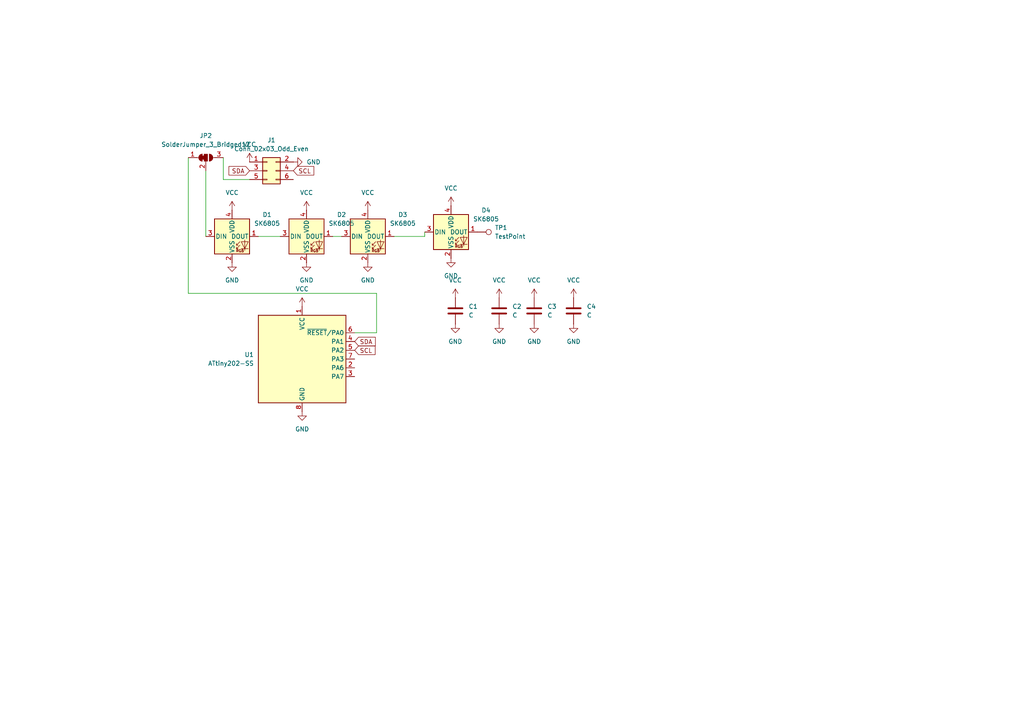
<source format=kicad_sch>
(kicad_sch (version 20231120) (generator "eeschema") (generator_version "8.0")
  (paper "A4")
  (lib_symbols
    (symbol "Connector:TestPoint" (pin_numbers hide) (pin_names (offset 0.762) hide)
      (property "Reference" "TP" (at 0 6.858 0))
      (property "Value" "TestPoint" (at 0 5.08 0))
      (symbol "TestPoint_0_1"
        (circle (center 0 3.302) (radius 0.762))
      )
      (symbol "TestPoint_1_1"
        (pin passive line (at 0 0 90) (length 2.54) (name "1") (number "1"))
      )
    )
    (symbol "Connector_Generic:Conn_02x03_Odd_Even" (pin_names (offset 1.016) hide)
      (property "Reference" "J" (at 1.27 5.08 0))
      (property "Value" "Conn_02x03_Odd_Even" (at 1.27 -5.08 0))
      (symbol "Conn_02x03_Odd_Even_1_1"
        (rectangle (start -1.27 -2.413) (end 0 -2.667) (stroke (width 0.1524)))
        (rectangle (start -1.27 0.127) (end 0 -0.127) (stroke (width 0.1524)))
        (rectangle (start -1.27 2.667) (end 0 2.413) (stroke (width 0.1524)))
        (rectangle (start -1.27 3.81) (end 3.81 -3.81) (stroke (width 0.254)) (fill (type background)))
        (rectangle (start 3.81 -2.413) (end 2.54 -2.667) (stroke (width 0.1524)))
        (rectangle (start 3.81 0.127) (end 2.54 -0.127) (stroke (width 0.1524)))
        (rectangle (start 3.81 2.667) (end 2.54 2.413) (stroke (width 0.1524)))
        (pin passive line (at -5.08 2.54 0) (length 3.81) (name "Pin_1") (number "1"))
        (pin passive line (at 7.62 2.54 180) (length 3.81) (name "Pin_2") (number "2"))
        (pin passive line (at -5.08 0 0) (length 3.81) (name "Pin_3") (number "3"))
        (pin passive line (at 7.62 0 180) (length 3.81) (name "Pin_4") (number "4"))
        (pin passive line (at -5.08 -2.54 0) (length 3.81) (name "Pin_5") (number "5"))
        (pin passive line (at 7.62 -2.54 180) (length 3.81) (name "Pin_6") (number "6"))
      )
    )
    (symbol "Device:C" (pin_numbers hide) (pin_names (offset 0.254))
      (property "Reference" "C" (at 0.635 2.54 0))
      (property "Value" "C" (at 0.635 -2.54 0))
      (symbol "C_0_1"
        (polyline (pts (xy -2.032 -0.762) (xy 2.032 -0.762)) (stroke (width 0.508)))
        (polyline (pts (xy -2.032 0.762) (xy 2.032 0.762)) (stroke (width 0.508)))
      )
      (symbol "C_1_1"
        (pin passive line (at 0 3.81 270) (length 2.794) (name "~") (number "1"))
        (pin passive line (at 0 -3.81 90) (length 2.794) (name "~") (number "2"))
      )
    )
    (symbol "Jumper:SolderJumper_3_Bridged12" (pin_names (offset 0) hide) (exclude_from_sim yes) (in_bom no)
      (property "Reference" "JP" (at -2.54 -2.54 0))
      (property "Value" "SolderJumper_3_Bridged12" (at 0 2.794 0))
      (symbol "SolderJumper_3_Bridged12_0_1"
        (rectangle (start -1.016 0.508) (end -0.508 -0.508) (fill (type outline)))
        (arc (start -1.016 1.016) (mid -2.0276 0) (end -1.016 -1.016))
        (arc (start -1.016 1.016) (mid -2.0276 0) (end -1.016 -1.016) (fill (type outline)))
        (rectangle (start -0.508 1.016) (end 0.508 -1.016) (fill (type outline)))
        (polyline (pts (xy -2.54 0) (xy -2.032 0)))
        (polyline (pts (xy -1.016 1.016) (xy -1.016 -1.016)))
        (polyline (pts (xy 0 -1.27) (xy 0 -1.016)))
        (polyline (pts (xy 1.016 1.016) (xy 1.016 -1.016)))
        (polyline (pts (xy 2.54 0) (xy 2.032 0)))
        (arc (start 1.016 -1.016) (mid 2.0276 0) (end 1.016 1.016))
        (arc (start 1.016 -1.016) (mid 2.0276 0) (end 1.016 1.016) (fill (type outline)))
      )
      (symbol "SolderJumper_3_Bridged12_1_1"
        (pin passive line (at -5.08 0 0) (length 2.54) (name "A") (number "1"))
        (pin passive line (at 0 -3.81 90) (length 2.54) (name "C") (number "2"))
        (pin passive line (at 5.08 0 180) (length 2.54) (name "B") (number "3"))
      )
    )
    (symbol "LED:SK6805" (pin_names (offset 0.254))
      (property "Reference" "D" (at 5.08 5.715 0))
      (property "Value" "SK6805" (at 1.27 -5.715 0))
      (symbol "SK6805_0_0"
        (text "RGB" (at 2.286 -4.191 0) (effects (font (size 0.762 0.762))))
      )
      (symbol "SK6805_0_1"
        (polyline (pts (xy 1.27 -3.556) (xy 1.778 -3.556)))
        (polyline (pts (xy 1.27 -2.54) (xy 1.778 -2.54)))
        (polyline (pts (xy 4.699 -3.556) (xy 2.667 -3.556)))
        (polyline (pts (xy 2.286 -2.54) (xy 1.27 -3.556) (xy 1.27 -3.048)))
        (polyline (pts (xy 2.286 -1.524) (xy 1.27 -2.54) (xy 1.27 -2.032)))
        (polyline (pts (xy 3.683 -1.016) (xy 3.683 -3.556) (xy 3.683 -4.064)))
        (polyline (pts (xy 4.699 -1.524) (xy 2.667 -1.524) (xy 3.683 -3.556) (xy 4.699 -1.524)))
        (rectangle (start 5.08 5.08) (end -5.08 -5.08) (stroke (width 0.254)) (fill (type background)))
      )
      (symbol "SK6805_1_1"
        (pin output line (at 7.62 0 180) (length 2.54) (name "DOUT") (number "1"))
        (pin power_in line (at 0 -7.62 90) (length 2.54) (name "VSS") (number "2"))
        (pin input line (at -7.62 0 0) (length 2.54) (name "DIN") (number "3"))
        (pin power_in line (at 0 7.62 270) (length 2.54) (name "VDD") (number "4"))
      )
    )
    (symbol "MCU_Microchip_ATtiny:ATtiny202-SS"
      (property "Reference" "U" (at -12.7 13.97 0))
      (property "Value" "ATtiny202-SS" (at 2.54 -13.97 0))
      (symbol "ATtiny202-SS_0_1"
        (rectangle (start -12.7 -12.7) (end 12.7 12.7) (stroke (width 0.254)) (fill (type background)))
      )
      (symbol "ATtiny202-SS_1_1"
        (pin power_in line (at 0 15.24 270) (length 2.54) (name "VCC") (number "1"))
        (pin bidirectional line (at 15.24 -2.54 180) (length 2.54) (name "PA6") (number "2"))
        (pin bidirectional line (at 15.24 -5.08 180) (length 2.54) (name "PA7") (number "3"))
        (pin bidirectional line (at 15.24 5.08 180) (length 2.54) (name "PA1") (number "4"))
        (pin bidirectional line (at 15.24 2.54 180) (length 2.54) (name "PA2") (number "5"))
        (pin bidirectional line (at 15.24 7.62 180) (length 2.54) (name "~{RESET}/PA0") (number "6"))
        (pin bidirectional line (at 15.24 0 180) (length 2.54) (name "PA3") (number "7"))
        (pin power_in line (at 0 -15.24 90) (length 2.54) (name "GND") (number "8"))
      )
    )
    (symbol "power:GND" (power) (pin_numbers hide) (pin_names (offset 0) hide)
      (property "Value" "GND" (at 0 -3.81 0))
      (symbol "GND_0_1"
        (polyline (pts (xy 0 0) (xy 0 -1.27) (xy 1.27 -1.27) (xy 0 -2.54) (xy -1.27 -1.27) (xy 0 -1.27)))
      )
      (symbol "GND_1_1"
        (pin power_in line (at 0 0 270) (length 0) (name "~") (number "1"))
      )
    )
    (symbol "power:VCC" (power) (pin_numbers hide) (pin_names (offset 0) hide)
      (property "Value" "VCC" (at 0 3.556 0))
      (symbol "VCC_0_1"
        (polyline (pts (xy -0.762 1.27) (xy 0 2.54)))
        (polyline (pts (xy 0 0) (xy 0 2.54)))
        (polyline (pts (xy 0 2.54) (xy 0.762 1.27)))
      )
      (symbol "VCC_1_1"
        (pin power_in line (at 0 0 90) (length 0) (name "~") (number "1"))
      )
    )
  )
  (wire (pts (xy 109.22 96.52) (xy 102.87 96.52)))
  (wire (pts (xy 72.39 52.07) (xy 64.77 52.07)))
  (wire (pts (xy 114.3 68.58) (xy 123.19 68.58)))
  (wire (pts (xy 64.77 52.07) (xy 64.77 45.72)))
  (wire (pts (xy 96.52 68.58) (xy 99.06 68.58)))
  (wire (pts (xy 54.61 85.09) (xy 109.22 85.09)))
  (wire (pts (xy 54.61 45.72) (xy 54.61 85.09)))
  (wire (pts (xy 123.19 68.58) (xy 123.19 67.31)))
  (wire (pts (xy 109.22 85.09) (xy 109.22 96.52)))
  (wire (pts (xy 59.69 49.53) (xy 59.69 68.58)))
  (wire (pts (xy 74.93 68.58) (xy 81.28 68.58)))
  (global_label "SDA" (shape input) (at 72.39 49.53 180) (property "Intersheetrefs" "${INTERSHEET_REFS}" (effects (hide yes))))
  (global_label "SDA" (shape input) (at 102.87 99.06 0) (property "Intersheetrefs" "${INTERSHEET_REFS}" (effects (hide yes))))
  (global_label "SCL" (shape input) (at 102.87 101.6 0) (property "Intersheetrefs" "${INTERSHEET_REFS}" (effects (hide yes))))
  (global_label "SCL" (shape input) (at 85.09 49.53 0) (property "Intersheetrefs" "${INTERSHEET_REFS}" (effects (hide yes))))
  (symbol (lib_id "LED:SK6805") (at 130.81 67.31 0) (unit 1)
    (property "Reference" "D4" (at 140.97 60.9914 0))
    (property "Value" "SK6805" (at 140.97 63.5314 0))
    (property "Footprint" "footprint_lib:LED_SK6805-EC3210R" (effects (hide yes)))
    (property "Datasheet" "https://cdn-shop.adafruit.com/product-files/3484/3484_Datasheet.pdf" (effects (hide yes)))
    (property "Description" "RGB LED with integrated controller" (effects (hide yes)))
  )
  (symbol (lib_id "Connector:TestPoint") (at 138.43 67.31 270) (unit 1)
    (property "Reference" "TP1" (at 143.51 66.0399 90) (effects (justify left)))
    (property "Value" "TestPoint" (at 143.51 68.5799 90) (effects (justify left)))
    (property "Footprint" "TestPoint:TestPoint_Pad_D2.0mm" (effects (hide yes)))
    (property "Description" "test point" (effects (hide yes)))
  )
  (symbol (lib_id "LED:SK6805") (at 106.68 68.58 0) (unit 1)
    (property "Reference" "D3" (at 116.84 62.2614 0))
    (property "Value" "SK6805" (at 116.84 64.8014 0))
    (property "Footprint" "footprint_lib:LED_SK6805-EC3210R" (effects (hide yes)))
    (property "Datasheet" "https://cdn-shop.adafruit.com/product-files/3484/3484_Datasheet.pdf" (effects (hide yes)))
    (property "Description" "RGB LED with integrated controller" (effects (hide yes)))
  )
  (symbol (lib_id "power:GND") (at 87.63 119.38 0) (unit 1)
    (property "Reference" "#PWR011" (effects (hide yes)))
    (property "Value" "GND" (at 87.63 124.46 0))
    (property "Description" "Power symbol creates a global label with name \"GND\" , ground" (effects (hide yes)))
  )
  (symbol (lib_id "power:GND") (at 88.9 76.2 0) (unit 1)
    (property "Reference" "#PWR09" (effects (hide yes)))
    (property "Value" "GND" (at 88.9 81.28 0))
    (property "Description" "Power symbol creates a global label with name \"GND\" , ground" (effects (hide yes)))
  )
  (symbol (lib_id "LED:SK6805") (at 67.31 68.58 0) (unit 1)
    (property "Reference" "D1" (at 77.47 62.2614 0))
    (property "Value" "SK6805" (at 77.47 64.8014 0))
    (property "Footprint" "footprint_lib:LED_SK6805-EC3210R" (effects (hide yes)))
    (property "Datasheet" "https://cdn-shop.adafruit.com/product-files/3484/3484_Datasheet.pdf" (effects (hide yes)))
    (property "Description" "RGB LED with integrated controller" (effects (hide yes)))
  )
  (symbol (lib_id "Device:C") (at 144.78 90.17 0) (unit 1)
    (property "Reference" "C2" (at 148.59 88.8999 0) (effects (justify left)))
    (property "Value" "C" (at 148.59 91.4399 0) (effects (justify left)))
    (property "Footprint" "Capacitor_SMD:C_0603_1608Metric_Pad1.08x0.95mm_HandSolder" (effects (hide yes)))
    (property "Description" "Unpolarized capacitor" (effects (hide yes)))
  )
  (symbol (lib_id "power:VCC") (at 88.9 60.96 0) (unit 1)
    (property "Reference" "#PWR04" (effects (hide yes)))
    (property "Value" "VCC" (at 88.9 55.88 0))
    (property "Description" "Power symbol creates a global label with name \"VCC\"" (effects (hide yes)))
  )
  (symbol (lib_id "Device:C") (at 132.08 90.17 0) (unit 1)
    (property "Reference" "C1" (at 135.89 88.8999 0) (effects (justify left)))
    (property "Value" "C" (at 135.89 91.4399 0) (effects (justify left)))
    (property "Footprint" "Capacitor_SMD:C_0603_1608Metric_Pad1.08x0.95mm_HandSolder" (effects (hide yes)))
    (property "Description" "Unpolarized capacitor" (effects (hide yes)))
  )
  (symbol (lib_id "power:VCC") (at 144.78 86.36 0) (unit 1)
    (property "Reference" "#PWR016" (effects (hide yes)))
    (property "Value" "VCC" (at 144.78 81.28 0))
    (property "Description" "Power symbol creates a global label with name \"VCC\"" (effects (hide yes)))
  )
  (symbol (lib_id "power:VCC") (at 106.68 60.96 0) (unit 1)
    (property "Reference" "#PWR05" (effects (hide yes)))
    (property "Value" "VCC" (at 106.68 55.88 0))
    (property "Description" "Power symbol creates a global label with name \"VCC\"" (effects (hide yes)))
  )
  (symbol (lib_id "Connector_Generic:Conn_02x03_Odd_Even") (at 77.47 49.53 0) (unit 1)
    (property "Reference" "J1" (at 78.74 40.64 0))
    (property "Value" "Conn_02x03_Odd_Even" (at 78.74 43.18 0))
    (property "Footprint" "Connector_IDC:IDC-Header_2x03_P2.54mm_Vertical" (effects (hide yes)))
    (property "Description" "Generic connector, double row, 02x03, odd/even pin numbering scheme (row 1 odd numbers, row 2 even numbers), script generated (kicad-library-utils/schlib/autogen/connector/)" (effects (hide yes)))
  )
  (symbol (lib_id "power:VCC") (at 132.08 86.36 0) (unit 1)
    (property "Reference" "#PWR015" (effects (hide yes)))
    (property "Value" "VCC" (at 132.08 81.28 0))
    (property "Description" "Power symbol creates a global label with name \"VCC\"" (effects (hide yes)))
  )
  (symbol (lib_id "power:GND") (at 154.94 93.98 0) (unit 1)
    (property "Reference" "#PWR019" (effects (hide yes)))
    (property "Value" "GND" (at 154.94 99.06 0))
    (property "Description" "Power symbol creates a global label with name \"GND\" , ground" (effects (hide yes)))
  )
  (symbol (lib_id "power:VCC") (at 67.31 60.96 0) (unit 1)
    (property "Reference" "#PWR03" (effects (hide yes)))
    (property "Value" "VCC" (at 67.31 55.88 0))
    (property "Description" "Power symbol creates a global label with name \"VCC\"" (effects (hide yes)))
  )
  (symbol (lib_id "Jumper:SolderJumper_3_Bridged12") (at 59.69 45.72 0) (unit 1) (exclude_from_sim yes) (in_bom no)
    (property "Reference" "JP2" (at 59.69 39.37 0))
    (property "Value" "SolderJumper_3_Bridged12" (at 59.69 41.91 0))
    (property "Footprint" "Jumper:SolderJumper-3_P1.3mm_Bridged2Bar12_RoundedPad1.0x1.5mm" (effects (hide yes)))
    (property "Description" "3-pole Solder Jumper, pins 1+2 closed/bridged" (effects (hide yes)))
  )
  (symbol (lib_id "power:GND") (at 132.08 93.98 0) (unit 1)
    (property "Reference" "#PWR014" (effects (hide yes)))
    (property "Value" "GND" (at 132.08 99.06 0))
    (property "Description" "Power symbol creates a global label with name \"GND\" , ground" (effects (hide yes)))
  )
  (symbol (lib_id "power:VCC") (at 166.37 86.36 0) (unit 1)
    (property "Reference" "#PWR020" (effects (hide yes)))
    (property "Value" "VCC" (at 166.37 81.28 0))
    (property "Description" "Power symbol creates a global label with name \"VCC\"" (effects (hide yes)))
  )
  (symbol (lib_id "power:GND") (at 106.68 76.2 0) (unit 1)
    (property "Reference" "#PWR08" (effects (hide yes)))
    (property "Value" "GND" (at 106.68 81.28 0))
    (property "Description" "Power symbol creates a global label with name \"GND\" , ground" (effects (hide yes)))
  )
  (symbol (lib_id "power:GND") (at 85.09 46.99 90) (unit 1)
    (property "Reference" "#PWR01" (effects (hide yes)))
    (property "Value" "GND" (at 88.9 46.9899 90) (effects (justify right)))
    (property "Description" "Power symbol creates a global label with name \"GND\" , ground" (effects (hide yes)))
  )
  (symbol (lib_id "power:VCC") (at 130.81 59.69 0) (unit 1)
    (property "Reference" "#PWR06" (effects (hide yes)))
    (property "Value" "VCC" (at 130.81 54.61 0))
    (property "Description" "Power symbol creates a global label with name \"VCC\"" (effects (hide yes)))
  )
  (symbol (lib_id "power:GND") (at 144.78 93.98 0) (unit 1)
    (property "Reference" "#PWR017" (effects (hide yes)))
    (property "Value" "GND" (at 144.78 99.06 0))
    (property "Description" "Power symbol creates a global label with name \"GND\" , ground" (effects (hide yes)))
  )
  (symbol (lib_id "power:GND") (at 130.81 74.93 0) (unit 1)
    (property "Reference" "#PWR07" (effects (hide yes)))
    (property "Value" "GND" (at 130.81 80.01 0))
    (property "Description" "Power symbol creates a global label with name \"GND\" , ground" (effects (hide yes)))
  )
  (symbol (lib_id "power:GND") (at 166.37 93.98 0) (unit 1)
    (property "Reference" "#PWR021" (effects (hide yes)))
    (property "Value" "GND" (at 166.37 99.06 0))
    (property "Description" "Power symbol creates a global label with name \"GND\" , ground" (effects (hide yes)))
  )
  (symbol (lib_id "Device:C") (at 166.37 90.17 0) (unit 1)
    (property "Reference" "C4" (at 170.18 88.8999 0) (effects (justify left)))
    (property "Value" "C" (at 170.18 91.4399 0) (effects (justify left)))
    (property "Footprint" "Capacitor_SMD:C_0603_1608Metric_Pad1.08x0.95mm_HandSolder" (effects (hide yes)))
    (property "Description" "Unpolarized capacitor" (effects (hide yes)))
  )
  (symbol (lib_id "MCU_Microchip_ATtiny:ATtiny202-SS") (at 87.63 104.14 0) (unit 1)
    (property "Reference" "U1" (at 73.66 102.8699 0) (effects (justify right)))
    (property "Value" "ATtiny202-SS" (at 73.66 105.4099 0) (effects (justify right)))
    (property "Footprint" "Package_SO:SOIC-8_3.9x4.9mm_P1.27mm" (effects (hide yes)))
    (property "Datasheet" "http://ww1.microchip.com/downloads/en/DeviceDoc/ATtiny202-402-AVR-MCU-with-Core-Independent-Peripherals_and-picoPower-40001969A.pdf" (effects (hide yes)))
    (property "Description" "20MHz, 2kB Flash, 128B SRAM, 64B EEPROM, SOIC-8" (effects (hide yes)))
  )
  (symbol (lib_id "power:VCC") (at 72.39 46.99 0) (unit 1)
    (property "Reference" "#PWR02" (effects (hide yes)))
    (property "Value" "VCC" (at 72.39 41.91 0))
    (property "Description" "Power symbol creates a global label with name \"VCC\"" (effects (hide yes)))
  )
  (symbol (lib_id "power:VCC") (at 154.94 86.36 0) (unit 1)
    (property "Reference" "#PWR018" (effects (hide yes)))
    (property "Value" "VCC" (at 154.94 81.28 0))
    (property "Description" "Power symbol creates a global label with name \"VCC\"" (effects (hide yes)))
  )
  (symbol (lib_id "power:GND") (at 67.31 76.2 0) (unit 1)
    (property "Reference" "#PWR010" (effects (hide yes)))
    (property "Value" "GND" (at 67.31 81.28 0))
    (property "Description" "Power symbol creates a global label with name \"GND\" , ground" (effects (hide yes)))
  )
  (symbol (lib_id "LED:SK6805") (at 88.9 68.58 0) (unit 1)
    (property "Reference" "D2" (at 99.06 62.2614 0))
    (property "Value" "SK6805" (at 99.06 64.8014 0))
    (property "Footprint" "footprint_lib:LED_SK6805-EC3210R" (effects (hide yes)))
    (property "Datasheet" "https://cdn-shop.adafruit.com/product-files/3484/3484_Datasheet.pdf" (effects (hide yes)))
    (property "Description" "RGB LED with integrated controller" (effects (hide yes)))
  )
  (symbol (lib_id "power:VCC") (at 87.63 88.9 0) (unit 1)
    (property "Reference" "#PWR012" (effects (hide yes)))
    (property "Value" "VCC" (at 87.63 83.82 0))
    (property "Description" "Power symbol creates a global label with name \"VCC\"" (effects (hide yes)))
  )
  (symbol (lib_id "Device:C") (at 154.94 90.17 0) (unit 1)
    (property "Reference" "C3" (at 158.75 88.8999 0) (effects (justify left)))
    (property "Value" "C" (at 158.75 91.4399 0) (effects (justify left)))
    (property "Footprint" "Capacitor_SMD:C_0603_1608Metric_Pad1.08x0.95mm_HandSolder" (effects (hide yes)))
    (property "Description" "Unpolarized capacitor" (effects (hide yes)))
  )
)
</source>
